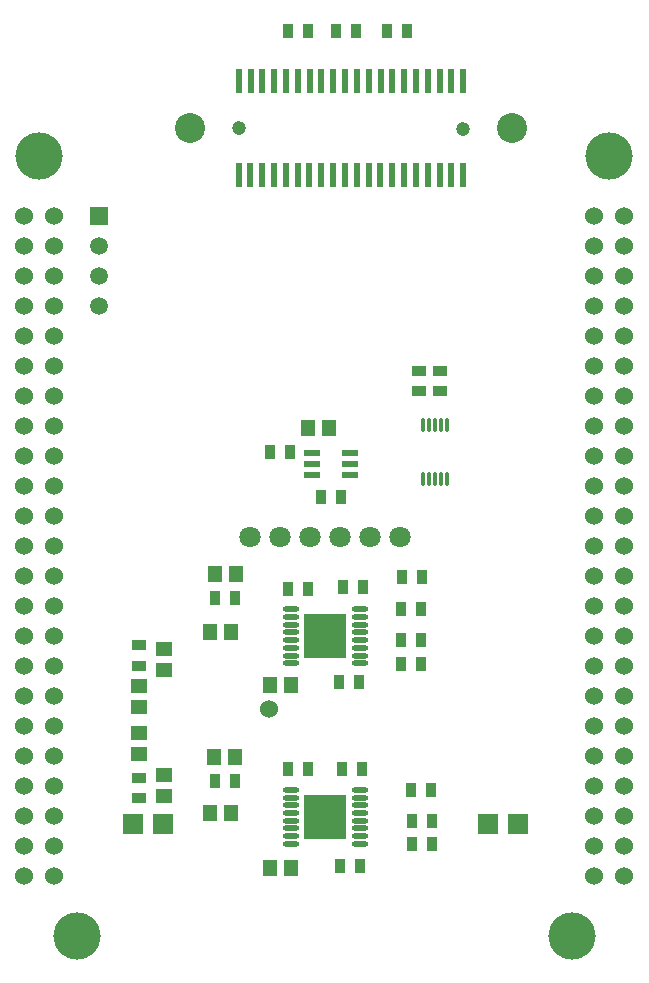
<source format=gbr>
G04 Layer_Color=255*
%FSLAX26Y26*%
%MOIN*%
%TF.FileFunction,Pads,Bot*%
%TF.Part,Single*%
G01*
G75*
%TA.AperFunction,SMDPad,CuDef*%
%ADD11R,0.033465X0.051181*%
%TA.AperFunction,ComponentPad*%
%ADD13C,0.157480*%
%ADD14C,0.060000*%
%TA.AperFunction,ViaPad*%
%ADD15C,0.060000*%
%TA.AperFunction,ComponentPad*%
%ADD16C,0.100000*%
%ADD17C,0.047000*%
%ADD18R,0.059055X0.059055*%
%ADD19C,0.059055*%
%ADD20R,0.070866X0.070866*%
%ADD21C,0.070866*%
%TA.AperFunction,SMDPad,CuDef*%
%ADD24R,0.045276X0.057087*%
%ADD25R,0.057087X0.045276*%
%ADD26R,0.051181X0.033465*%
%ADD27R,0.024000X0.078740*%
%ADD28R,0.055118X0.021654*%
%ADD29O,0.055118X0.017716*%
%ADD30R,0.143701X0.145669*%
%ADD31O,0.011811X0.053150*%
D11*
X534636Y-1883000D02*
D03*
X601564D02*
D03*
X779780Y617000D02*
D03*
X846708D02*
D03*
X939780D02*
D03*
X1006708D02*
D03*
X1109780D02*
D03*
X1176708D02*
D03*
X1256464Y-1913000D02*
D03*
X1189536D02*
D03*
X1225000Y-1203000D02*
D03*
X1158070D02*
D03*
X846464Y-1243000D02*
D03*
X779536D02*
D03*
X1016464Y-1553000D02*
D03*
X949536D02*
D03*
X1156070Y-1493000D02*
D03*
X1223000D02*
D03*
X1223001Y-1311614D02*
D03*
X1156071D02*
D03*
X534636Y-1273000D02*
D03*
X601564D02*
D03*
X1191536Y-2092568D02*
D03*
X1258464D02*
D03*
X1223000Y-1412796D02*
D03*
X1156070D02*
D03*
X1017159Y-2167008D02*
D03*
X950231D02*
D03*
X959536Y-1843000D02*
D03*
X1026464D02*
D03*
X846464D02*
D03*
X779536D02*
D03*
X963183Y-1237008D02*
D03*
X1030111D02*
D03*
X1258464Y-2015796D02*
D03*
X1191536D02*
D03*
X717016Y-787008D02*
D03*
X783945D02*
D03*
X953945Y-937008D02*
D03*
X887016D02*
D03*
D13*
X1850000Y200000D02*
D03*
X-50000D02*
D03*
X75000Y-2400000D02*
D03*
X1725000D02*
D03*
D14*
X1800000Y0D02*
D03*
Y-100000D02*
D03*
Y-200000D02*
D03*
Y-300000D02*
D03*
Y-400000D02*
D03*
Y-500000D02*
D03*
Y-600000D02*
D03*
Y-700000D02*
D03*
Y-800000D02*
D03*
Y-900000D02*
D03*
Y-1000000D02*
D03*
Y-1100000D02*
D03*
Y-1200000D02*
D03*
Y-1300000D02*
D03*
Y-1400000D02*
D03*
Y-1500000D02*
D03*
Y-1600000D02*
D03*
Y-1700000D02*
D03*
Y-1800000D02*
D03*
Y-1900000D02*
D03*
Y-2000000D02*
D03*
Y-2100000D02*
D03*
Y-2200000D02*
D03*
X1900000Y-100000D02*
D03*
Y-200000D02*
D03*
Y-300000D02*
D03*
Y-400000D02*
D03*
Y-500000D02*
D03*
Y-600000D02*
D03*
Y-700000D02*
D03*
Y-800000D02*
D03*
Y-900000D02*
D03*
Y-1000000D02*
D03*
Y-1100000D02*
D03*
Y-1200000D02*
D03*
Y-1300000D02*
D03*
Y-1400000D02*
D03*
Y-1500000D02*
D03*
Y-1600000D02*
D03*
Y-1700000D02*
D03*
Y-1800000D02*
D03*
Y-1900000D02*
D03*
Y-2000000D02*
D03*
Y-2100000D02*
D03*
Y-2200000D02*
D03*
X0Y0D02*
D03*
X-100000D02*
D03*
Y-100000D02*
D03*
Y-200000D02*
D03*
Y-300000D02*
D03*
Y-400000D02*
D03*
Y-500000D02*
D03*
Y-600000D02*
D03*
Y-700000D02*
D03*
Y-800000D02*
D03*
Y-900000D02*
D03*
Y-1000000D02*
D03*
Y-1100000D02*
D03*
Y-1200000D02*
D03*
Y-1300000D02*
D03*
Y-1400000D02*
D03*
Y-1500000D02*
D03*
Y-1600000D02*
D03*
Y-1700000D02*
D03*
Y-1800000D02*
D03*
Y-1900000D02*
D03*
Y-2000000D02*
D03*
Y-2100000D02*
D03*
Y-2200000D02*
D03*
X0Y-100000D02*
D03*
Y-200000D02*
D03*
Y-300000D02*
D03*
Y-400000D02*
D03*
Y-500000D02*
D03*
Y-600000D02*
D03*
Y-700000D02*
D03*
Y-800000D02*
D03*
Y-900000D02*
D03*
Y-1000000D02*
D03*
Y-1100000D02*
D03*
Y-1200000D02*
D03*
Y-1300000D02*
D03*
Y-1400000D02*
D03*
Y-1500000D02*
D03*
Y-1600000D02*
D03*
Y-1700000D02*
D03*
Y-1800000D02*
D03*
Y-1900000D02*
D03*
Y-2000000D02*
D03*
Y-2100000D02*
D03*
Y-2200000D02*
D03*
X1900000Y0D02*
D03*
D15*
X714614Y-1643000D02*
D03*
D16*
X1524200Y293000D02*
D03*
X451800D02*
D03*
D17*
X613700D02*
D03*
X1362300Y291400D02*
D03*
D18*
X150000Y0D02*
D03*
D19*
Y-100000D02*
D03*
Y-200000D02*
D03*
Y-300000D02*
D03*
D20*
X262449Y-2027897D02*
D03*
X362449D02*
D03*
X1443551D02*
D03*
X1543551D02*
D03*
D21*
X1153000Y-1069000D02*
D03*
X1053000D02*
D03*
X953000D02*
D03*
X853000D02*
D03*
X753000D02*
D03*
X653000D02*
D03*
D24*
X603433Y-1803000D02*
D03*
X532567D02*
D03*
X605433Y-1192000D02*
D03*
X534567D02*
D03*
X588432Y-1387204D02*
D03*
X517566D02*
D03*
X788432Y-1563000D02*
D03*
X717566D02*
D03*
X588432Y-1990204D02*
D03*
X517566D02*
D03*
X788432Y-2173000D02*
D03*
X717566D02*
D03*
X845047Y-707008D02*
D03*
X915913D02*
D03*
D25*
X283000Y-1567568D02*
D03*
Y-1638434D02*
D03*
X366800Y-1443568D02*
D03*
Y-1514434D02*
D03*
X283000Y-1794432D02*
D03*
Y-1723566D02*
D03*
X366800Y-1933188D02*
D03*
Y-1862322D02*
D03*
D26*
X283000Y-1940078D02*
D03*
Y-1873150D02*
D03*
X1215000Y-516535D02*
D03*
Y-583465D02*
D03*
X1285001Y-583465D02*
D03*
Y-516535D02*
D03*
X283000Y-1431694D02*
D03*
Y-1498622D02*
D03*
D27*
X614088Y450360D02*
D03*
X653488D02*
D03*
X692888D02*
D03*
X732288D02*
D03*
X771688D02*
D03*
X811088D02*
D03*
X850488D02*
D03*
X889888D02*
D03*
X929288D02*
D03*
X968688D02*
D03*
X1008088D02*
D03*
X1047488D02*
D03*
X1086888D02*
D03*
X1126288D02*
D03*
X1165688D02*
D03*
X1205088D02*
D03*
X1244488D02*
D03*
X1283888D02*
D03*
X1323288D02*
D03*
X1362688D02*
D03*
X613700Y135640D02*
D03*
X653100D02*
D03*
X692500D02*
D03*
X731900D02*
D03*
X771300D02*
D03*
X810700D02*
D03*
X850100D02*
D03*
X889500D02*
D03*
X928900D02*
D03*
X968300D02*
D03*
X1007700D02*
D03*
X1047100D02*
D03*
X1086500D02*
D03*
X1125900D02*
D03*
X1165300D02*
D03*
X1204700D02*
D03*
X1244100D02*
D03*
X1283500D02*
D03*
X1322900D02*
D03*
X1362300D02*
D03*
D28*
X983984Y-864409D02*
D03*
Y-827008D02*
D03*
Y-789606D02*
D03*
X859968D02*
D03*
Y-827008D02*
D03*
Y-864409D02*
D03*
D29*
X1019142Y-1913433D02*
D03*
Y-1939024D02*
D03*
Y-1964614D02*
D03*
Y-1990205D02*
D03*
Y-2015795D02*
D03*
Y-2041386D02*
D03*
Y-2066976D02*
D03*
Y-2092567D02*
D03*
X786858Y-1913433D02*
D03*
Y-1939024D02*
D03*
Y-1964614D02*
D03*
Y-1990205D02*
D03*
Y-2015795D02*
D03*
Y-2041386D02*
D03*
Y-2066976D02*
D03*
Y-2092567D02*
D03*
Y-1490748D02*
D03*
Y-1465157D02*
D03*
Y-1439567D02*
D03*
Y-1413976D02*
D03*
Y-1388386D02*
D03*
Y-1362795D02*
D03*
Y-1337205D02*
D03*
Y-1311614D02*
D03*
X1019142Y-1490748D02*
D03*
Y-1465157D02*
D03*
Y-1439567D02*
D03*
Y-1413976D02*
D03*
Y-1388386D02*
D03*
Y-1362795D02*
D03*
Y-1337205D02*
D03*
Y-1311614D02*
D03*
D30*
X903000Y-2003000D02*
D03*
Y-1401181D02*
D03*
D31*
X1228630Y-698433D02*
D03*
X1248315D02*
D03*
X1268000D02*
D03*
X1287685D02*
D03*
X1307370D02*
D03*
X1228630Y-877567D02*
D03*
X1248315D02*
D03*
X1268000D02*
D03*
X1287685D02*
D03*
X1307370D02*
D03*
%TF.MD5,fd61b7d16dd68f9cf650e11df57f457e*%
M02*

</source>
